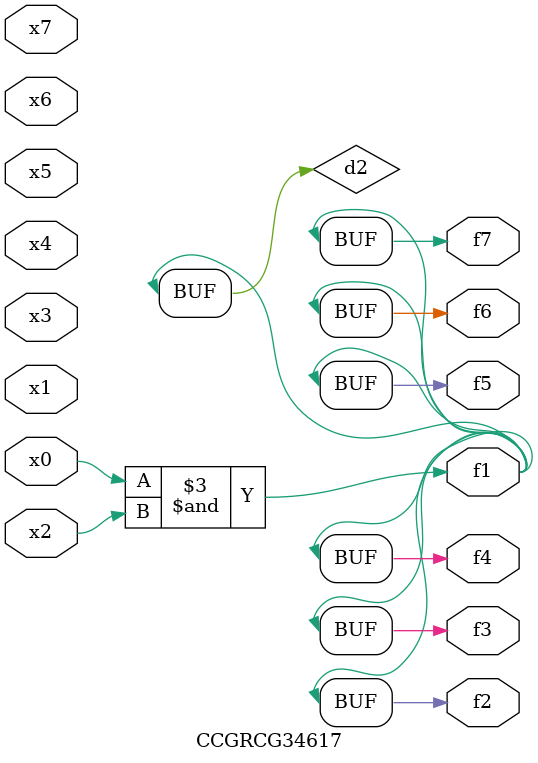
<source format=v>
module CCGRCG34617(
	input x0, x1, x2, x3, x4, x5, x6, x7,
	output f1, f2, f3, f4, f5, f6, f7
);

	wire d1, d2;

	nor (d1, x3, x6);
	and (d2, x0, x2);
	assign f1 = d2;
	assign f2 = d2;
	assign f3 = d2;
	assign f4 = d2;
	assign f5 = d2;
	assign f6 = d2;
	assign f7 = d2;
endmodule

</source>
